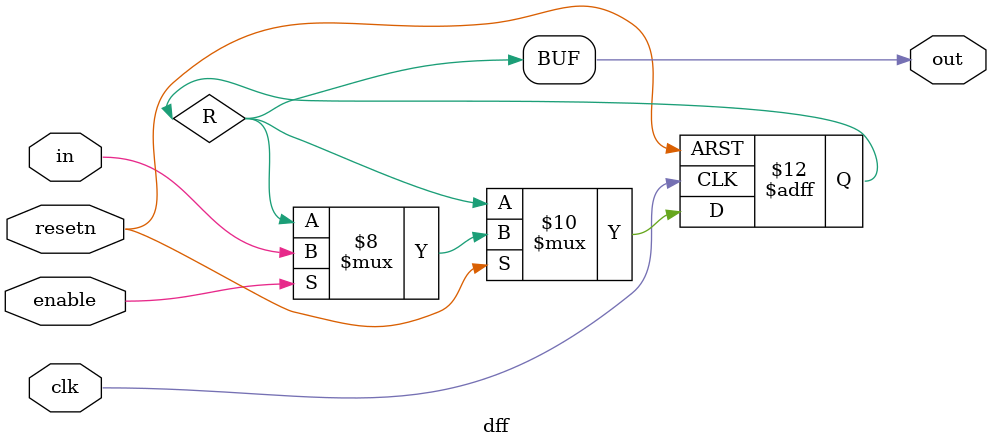
<source format=v>
module dff(
		clk,
		resetn,
		enable,
		in,
		out
);
	input clk;
	input resetn;
	input enable;
	input in;
	output out;
	
	
	
	reg R;
	
	assign out = R;
	
	always @ (posedge clk or negedge resetn) begin
		if (resetn == 1'b0) R <= 1'b0;
		else if (resetn == 1'b1) begin
			if (enable == 1'b1) R <= in;
			else if (enable == 1'b0) R <= R;
		end
	end

endmodule
</source>
